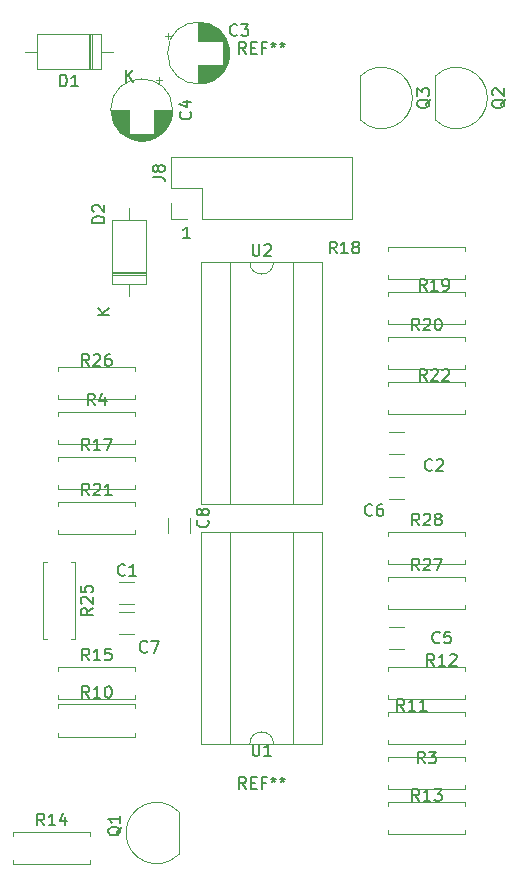
<source format=gbr>
G04 #@! TF.GenerationSoftware,KiCad,Pcbnew,5.1.5-52549c5~84~ubuntu18.04.1*
G04 #@! TF.CreationDate,2020-03-18T19:12:43-04:00*
G04 #@! TF.ProjectId,OBG-SVF-mainpcb,4f42472d-5356-4462-9d6d-61696e706362,rev?*
G04 #@! TF.SameCoordinates,Original*
G04 #@! TF.FileFunction,Legend,Top*
G04 #@! TF.FilePolarity,Positive*
%FSLAX46Y46*%
G04 Gerber Fmt 4.6, Leading zero omitted, Abs format (unit mm)*
G04 Created by KiCad (PCBNEW 5.1.5-52549c5~84~ubuntu18.04.1) date 2020-03-18 19:12:43*
%MOMM*%
%LPD*%
G04 APERTURE LIST*
%ADD10C,0.150000*%
%ADD11C,0.120000*%
G04 APERTURE END LIST*
D10*
X136175714Y-53792380D02*
X135604285Y-53792380D01*
X135890000Y-53792380D02*
X135890000Y-52792380D01*
X135794761Y-52935238D01*
X135699523Y-53030476D01*
X135604285Y-53078095D01*
D11*
X147380000Y-55760000D02*
X137100000Y-55760000D01*
X147380000Y-76320000D02*
X147380000Y-55760000D01*
X137100000Y-76320000D02*
X147380000Y-76320000D01*
X137100000Y-55760000D02*
X137100000Y-76320000D01*
X144890000Y-55820000D02*
X143240000Y-55820000D01*
X144890000Y-76260000D02*
X144890000Y-55820000D01*
X139590000Y-76260000D02*
X144890000Y-76260000D01*
X139590000Y-55820000D02*
X139590000Y-76260000D01*
X141240000Y-55820000D02*
X139590000Y-55820000D01*
X143240000Y-55820000D02*
G75*
G02X141240000Y-55820000I-1000000J0D01*
G01*
X127730000Y-106780000D02*
X127730000Y-106450000D01*
X121190000Y-106780000D02*
X127730000Y-106780000D01*
X121190000Y-106450000D02*
X121190000Y-106780000D01*
X127730000Y-104040000D02*
X127730000Y-104370000D01*
X121190000Y-104040000D02*
X127730000Y-104040000D01*
X121190000Y-104370000D02*
X121190000Y-104040000D01*
X131540000Y-92810000D02*
X131540000Y-92480000D01*
X125000000Y-92810000D02*
X131540000Y-92810000D01*
X125000000Y-92480000D02*
X125000000Y-92810000D01*
X131540000Y-90070000D02*
X131540000Y-90400000D01*
X125000000Y-90070000D02*
X131540000Y-90070000D01*
X125000000Y-90400000D02*
X125000000Y-90070000D01*
X131540000Y-95985000D02*
X131540000Y-95655000D01*
X125000000Y-95985000D02*
X131540000Y-95985000D01*
X125000000Y-95655000D02*
X125000000Y-95985000D01*
X131540000Y-93245000D02*
X131540000Y-93575000D01*
X125000000Y-93245000D02*
X131540000Y-93245000D01*
X125000000Y-93575000D02*
X125000000Y-93245000D01*
X131540000Y-75030000D02*
X131540000Y-74700000D01*
X125000000Y-75030000D02*
X131540000Y-75030000D01*
X125000000Y-74700000D02*
X125000000Y-75030000D01*
X131540000Y-72290000D02*
X131540000Y-72620000D01*
X125000000Y-72290000D02*
X131540000Y-72290000D01*
X125000000Y-72620000D02*
X125000000Y-72290000D01*
X129530000Y-57640000D02*
X132470000Y-57640000D01*
X132470000Y-57640000D02*
X132470000Y-52200000D01*
X132470000Y-52200000D02*
X129530000Y-52200000D01*
X129530000Y-52200000D02*
X129530000Y-57640000D01*
X131000000Y-58660000D02*
X131000000Y-57640000D01*
X131000000Y-51180000D02*
X131000000Y-52200000D01*
X129530000Y-56740000D02*
X132470000Y-56740000D01*
X129530000Y-56620000D02*
X132470000Y-56620000D01*
X129530000Y-56860000D02*
X132470000Y-56860000D01*
X133805000Y-40355225D02*
X133305000Y-40355225D01*
X133555000Y-40105225D02*
X133555000Y-40605225D01*
X132364000Y-45511000D02*
X131796000Y-45511000D01*
X132598000Y-45471000D02*
X131562000Y-45471000D01*
X132757000Y-45431000D02*
X131403000Y-45431000D01*
X132885000Y-45391000D02*
X131275000Y-45391000D01*
X132995000Y-45351000D02*
X131165000Y-45351000D01*
X133091000Y-45311000D02*
X131069000Y-45311000D01*
X133178000Y-45271000D02*
X130982000Y-45271000D01*
X133258000Y-45231000D02*
X130902000Y-45231000D01*
X133331000Y-45191000D02*
X130829000Y-45191000D01*
X133399000Y-45151000D02*
X130761000Y-45151000D01*
X133463000Y-45111000D02*
X130697000Y-45111000D01*
X133523000Y-45071000D02*
X130637000Y-45071000D01*
X133580000Y-45031000D02*
X130580000Y-45031000D01*
X133634000Y-44991000D02*
X130526000Y-44991000D01*
X133685000Y-44951000D02*
X130475000Y-44951000D01*
X131040000Y-44911000D02*
X130427000Y-44911000D01*
X133733000Y-44911000D02*
X133120000Y-44911000D01*
X131040000Y-44871000D02*
X130381000Y-44871000D01*
X133779000Y-44871000D02*
X133120000Y-44871000D01*
X131040000Y-44831000D02*
X130337000Y-44831000D01*
X133823000Y-44831000D02*
X133120000Y-44831000D01*
X131040000Y-44791000D02*
X130295000Y-44791000D01*
X133865000Y-44791000D02*
X133120000Y-44791000D01*
X131040000Y-44751000D02*
X130254000Y-44751000D01*
X133906000Y-44751000D02*
X133120000Y-44751000D01*
X131040000Y-44711000D02*
X130216000Y-44711000D01*
X133944000Y-44711000D02*
X133120000Y-44711000D01*
X131040000Y-44671000D02*
X130179000Y-44671000D01*
X133981000Y-44671000D02*
X133120000Y-44671000D01*
X131040000Y-44631000D02*
X130143000Y-44631000D01*
X134017000Y-44631000D02*
X133120000Y-44631000D01*
X131040000Y-44591000D02*
X130109000Y-44591000D01*
X134051000Y-44591000D02*
X133120000Y-44591000D01*
X131040000Y-44551000D02*
X130076000Y-44551000D01*
X134084000Y-44551000D02*
X133120000Y-44551000D01*
X131040000Y-44511000D02*
X130045000Y-44511000D01*
X134115000Y-44511000D02*
X133120000Y-44511000D01*
X131040000Y-44471000D02*
X130015000Y-44471000D01*
X134145000Y-44471000D02*
X133120000Y-44471000D01*
X131040000Y-44431000D02*
X129985000Y-44431000D01*
X134175000Y-44431000D02*
X133120000Y-44431000D01*
X131040000Y-44391000D02*
X129958000Y-44391000D01*
X134202000Y-44391000D02*
X133120000Y-44391000D01*
X131040000Y-44351000D02*
X129931000Y-44351000D01*
X134229000Y-44351000D02*
X133120000Y-44351000D01*
X131040000Y-44311000D02*
X129905000Y-44311000D01*
X134255000Y-44311000D02*
X133120000Y-44311000D01*
X131040000Y-44271000D02*
X129880000Y-44271000D01*
X134280000Y-44271000D02*
X133120000Y-44271000D01*
X131040000Y-44231000D02*
X129856000Y-44231000D01*
X134304000Y-44231000D02*
X133120000Y-44231000D01*
X131040000Y-44191000D02*
X129833000Y-44191000D01*
X134327000Y-44191000D02*
X133120000Y-44191000D01*
X131040000Y-44151000D02*
X129812000Y-44151000D01*
X134348000Y-44151000D02*
X133120000Y-44151000D01*
X131040000Y-44111000D02*
X129790000Y-44111000D01*
X134370000Y-44111000D02*
X133120000Y-44111000D01*
X131040000Y-44071000D02*
X129770000Y-44071000D01*
X134390000Y-44071000D02*
X133120000Y-44071000D01*
X131040000Y-44031000D02*
X129751000Y-44031000D01*
X134409000Y-44031000D02*
X133120000Y-44031000D01*
X131040000Y-43991000D02*
X129732000Y-43991000D01*
X134428000Y-43991000D02*
X133120000Y-43991000D01*
X131040000Y-43951000D02*
X129715000Y-43951000D01*
X134445000Y-43951000D02*
X133120000Y-43951000D01*
X131040000Y-43911000D02*
X129698000Y-43911000D01*
X134462000Y-43911000D02*
X133120000Y-43911000D01*
X131040000Y-43871000D02*
X129682000Y-43871000D01*
X134478000Y-43871000D02*
X133120000Y-43871000D01*
X131040000Y-43831000D02*
X129666000Y-43831000D01*
X134494000Y-43831000D02*
X133120000Y-43831000D01*
X131040000Y-43791000D02*
X129652000Y-43791000D01*
X134508000Y-43791000D02*
X133120000Y-43791000D01*
X131040000Y-43751000D02*
X129638000Y-43751000D01*
X134522000Y-43751000D02*
X133120000Y-43751000D01*
X131040000Y-43711000D02*
X129625000Y-43711000D01*
X134535000Y-43711000D02*
X133120000Y-43711000D01*
X131040000Y-43671000D02*
X129612000Y-43671000D01*
X134548000Y-43671000D02*
X133120000Y-43671000D01*
X131040000Y-43631000D02*
X129600000Y-43631000D01*
X134560000Y-43631000D02*
X133120000Y-43631000D01*
X131040000Y-43590000D02*
X129589000Y-43590000D01*
X134571000Y-43590000D02*
X133120000Y-43590000D01*
X131040000Y-43550000D02*
X129579000Y-43550000D01*
X134581000Y-43550000D02*
X133120000Y-43550000D01*
X131040000Y-43510000D02*
X129569000Y-43510000D01*
X134591000Y-43510000D02*
X133120000Y-43510000D01*
X131040000Y-43470000D02*
X129560000Y-43470000D01*
X134600000Y-43470000D02*
X133120000Y-43470000D01*
X131040000Y-43430000D02*
X129552000Y-43430000D01*
X134608000Y-43430000D02*
X133120000Y-43430000D01*
X131040000Y-43390000D02*
X129544000Y-43390000D01*
X134616000Y-43390000D02*
X133120000Y-43390000D01*
X131040000Y-43350000D02*
X129537000Y-43350000D01*
X134623000Y-43350000D02*
X133120000Y-43350000D01*
X131040000Y-43310000D02*
X129530000Y-43310000D01*
X134630000Y-43310000D02*
X133120000Y-43310000D01*
X131040000Y-43270000D02*
X129524000Y-43270000D01*
X134636000Y-43270000D02*
X133120000Y-43270000D01*
X131040000Y-43230000D02*
X129519000Y-43230000D01*
X134641000Y-43230000D02*
X133120000Y-43230000D01*
X131040000Y-43190000D02*
X129515000Y-43190000D01*
X134645000Y-43190000D02*
X133120000Y-43190000D01*
X131040000Y-43150000D02*
X129511000Y-43150000D01*
X134649000Y-43150000D02*
X133120000Y-43150000D01*
X131040000Y-43110000D02*
X129507000Y-43110000D01*
X134653000Y-43110000D02*
X133120000Y-43110000D01*
X131040000Y-43070000D02*
X129504000Y-43070000D01*
X134656000Y-43070000D02*
X133120000Y-43070000D01*
X131040000Y-43030000D02*
X129502000Y-43030000D01*
X134658000Y-43030000D02*
X133120000Y-43030000D01*
X131040000Y-42990000D02*
X129501000Y-42990000D01*
X134659000Y-42990000D02*
X133120000Y-42990000D01*
X134660000Y-42950000D02*
X133120000Y-42950000D01*
X131040000Y-42950000D02*
X129500000Y-42950000D01*
X134660000Y-42910000D02*
X133120000Y-42910000D01*
X131040000Y-42910000D02*
X129500000Y-42910000D01*
X134700000Y-42910000D02*
G75*
G03X134700000Y-42910000I-2620000J0D01*
G01*
X150561522Y-43748478D02*
G75*
G03X155000000Y-41910000I1838478J1838478D01*
G01*
X150561522Y-40071522D02*
G75*
G02X155000000Y-41910000I1838478J-1838478D01*
G01*
X150550000Y-40110000D02*
X150550000Y-43710000D01*
X156911522Y-43748478D02*
G75*
G03X161350000Y-41910000I1838478J1838478D01*
G01*
X156911522Y-40071522D02*
G75*
G02X161350000Y-41910000I1838478J-1838478D01*
G01*
X156900000Y-40110000D02*
X156900000Y-43710000D01*
X152940000Y-101500000D02*
X152940000Y-101830000D01*
X159480000Y-101500000D02*
X152940000Y-101500000D01*
X159480000Y-101830000D02*
X159480000Y-101500000D01*
X152940000Y-104240000D02*
X152940000Y-103910000D01*
X159480000Y-104240000D02*
X152940000Y-104240000D01*
X159480000Y-103910000D02*
X159480000Y-104240000D01*
X159480000Y-100430000D02*
X159480000Y-100100000D01*
X152940000Y-100430000D02*
X159480000Y-100430000D01*
X152940000Y-100100000D02*
X152940000Y-100430000D01*
X159480000Y-97690000D02*
X159480000Y-98020000D01*
X152940000Y-97690000D02*
X159480000Y-97690000D01*
X152940000Y-98020000D02*
X152940000Y-97690000D01*
X159480000Y-81380000D02*
X159480000Y-81050000D01*
X152940000Y-81380000D02*
X159480000Y-81380000D01*
X152940000Y-81050000D02*
X152940000Y-81380000D01*
X159480000Y-78640000D02*
X159480000Y-78970000D01*
X152940000Y-78640000D02*
X159480000Y-78640000D01*
X152940000Y-78970000D02*
X152940000Y-78640000D01*
X159480000Y-96620000D02*
X159480000Y-96290000D01*
X152940000Y-96620000D02*
X159480000Y-96620000D01*
X152940000Y-96290000D02*
X152940000Y-96620000D01*
X159480000Y-93880000D02*
X159480000Y-94210000D01*
X152940000Y-93880000D02*
X159480000Y-93880000D01*
X152940000Y-94210000D02*
X152940000Y-93880000D01*
X131540000Y-78840000D02*
X131540000Y-78510000D01*
X125000000Y-78840000D02*
X131540000Y-78840000D01*
X125000000Y-78510000D02*
X125000000Y-78840000D01*
X131540000Y-76100000D02*
X131540000Y-76430000D01*
X125000000Y-76100000D02*
X131540000Y-76100000D01*
X125000000Y-76430000D02*
X125000000Y-76100000D01*
X125000000Y-64670000D02*
X125000000Y-65000000D01*
X131540000Y-64670000D02*
X125000000Y-64670000D01*
X131540000Y-65000000D02*
X131540000Y-64670000D01*
X125000000Y-67410000D02*
X125000000Y-67080000D01*
X131540000Y-67410000D02*
X125000000Y-67410000D01*
X131540000Y-67080000D02*
X131540000Y-67410000D01*
X131540000Y-71220000D02*
X131540000Y-70890000D01*
X125000000Y-71220000D02*
X131540000Y-71220000D01*
X125000000Y-70890000D02*
X125000000Y-71220000D01*
X131540000Y-68480000D02*
X131540000Y-68810000D01*
X125000000Y-68480000D02*
X131540000Y-68480000D01*
X125000000Y-68810000D02*
X125000000Y-68480000D01*
X123725000Y-87725000D02*
X124055000Y-87725000D01*
X123725000Y-81185000D02*
X123725000Y-87725000D01*
X124055000Y-81185000D02*
X123725000Y-81185000D01*
X126465000Y-87725000D02*
X126135000Y-87725000D01*
X126465000Y-81185000D02*
X126465000Y-87725000D01*
X126135000Y-81185000D02*
X126465000Y-81185000D01*
X149920000Y-52130000D02*
X149920000Y-46930000D01*
X137160000Y-52130000D02*
X149920000Y-52130000D01*
X134560000Y-46930000D02*
X149920000Y-46930000D01*
X137160000Y-52130000D02*
X137160000Y-49530000D01*
X137160000Y-49530000D02*
X134560000Y-49530000D01*
X134560000Y-49530000D02*
X134560000Y-46930000D01*
X135890000Y-52130000D02*
X134560000Y-52130000D01*
X134560000Y-52130000D02*
X134560000Y-50800000D01*
X137100000Y-96640000D02*
X147380000Y-96640000D01*
X137100000Y-78620000D02*
X137100000Y-96640000D01*
X147380000Y-78620000D02*
X137100000Y-78620000D01*
X147380000Y-96640000D02*
X147380000Y-78620000D01*
X139590000Y-96580000D02*
X141240000Y-96580000D01*
X139590000Y-78680000D02*
X139590000Y-96580000D01*
X144890000Y-78680000D02*
X139590000Y-78680000D01*
X144890000Y-96580000D02*
X144890000Y-78680000D01*
X143240000Y-96580000D02*
X144890000Y-96580000D01*
X141240000Y-96580000D02*
G75*
G02X143240000Y-96580000I1000000J0D01*
G01*
X159480000Y-85190000D02*
X159480000Y-84860000D01*
X152940000Y-85190000D02*
X159480000Y-85190000D01*
X152940000Y-84860000D02*
X152940000Y-85190000D01*
X159480000Y-82450000D02*
X159480000Y-82780000D01*
X152940000Y-82450000D02*
X159480000Y-82450000D01*
X152940000Y-82780000D02*
X152940000Y-82450000D01*
X152940000Y-65940000D02*
X152940000Y-66270000D01*
X159480000Y-65940000D02*
X152940000Y-65940000D01*
X159480000Y-66270000D02*
X159480000Y-65940000D01*
X152940000Y-68680000D02*
X152940000Y-68350000D01*
X159480000Y-68680000D02*
X152940000Y-68680000D01*
X159480000Y-68350000D02*
X159480000Y-68680000D01*
X159480000Y-64870000D02*
X159480000Y-64540000D01*
X152940000Y-64870000D02*
X159480000Y-64870000D01*
X152940000Y-64540000D02*
X152940000Y-64870000D01*
X159480000Y-62130000D02*
X159480000Y-62460000D01*
X152940000Y-62130000D02*
X159480000Y-62130000D01*
X152940000Y-62460000D02*
X152940000Y-62130000D01*
X152940000Y-58320000D02*
X152940000Y-58650000D01*
X159480000Y-58320000D02*
X152940000Y-58320000D01*
X159480000Y-58650000D02*
X159480000Y-58320000D01*
X152940000Y-61060000D02*
X152940000Y-60730000D01*
X159480000Y-61060000D02*
X152940000Y-61060000D01*
X159480000Y-60730000D02*
X159480000Y-61060000D01*
X152940000Y-54510000D02*
X152940000Y-54840000D01*
X159480000Y-54510000D02*
X152940000Y-54510000D01*
X159480000Y-54840000D02*
X159480000Y-54510000D01*
X152940000Y-57250000D02*
X152940000Y-56920000D01*
X159480000Y-57250000D02*
X152940000Y-57250000D01*
X159480000Y-56920000D02*
X159480000Y-57250000D01*
X152940000Y-90070000D02*
X152940000Y-90400000D01*
X159480000Y-90070000D02*
X152940000Y-90070000D01*
X159480000Y-90400000D02*
X159480000Y-90070000D01*
X152940000Y-92810000D02*
X152940000Y-92480000D01*
X159480000Y-92810000D02*
X152940000Y-92810000D01*
X159480000Y-92480000D02*
X159480000Y-92810000D01*
X135188478Y-102301522D02*
G75*
G03X130750000Y-104140000I-1838478J-1838478D01*
G01*
X135188478Y-105978478D02*
G75*
G02X130750000Y-104140000I-1838478J1838478D01*
G01*
X135200000Y-105940000D02*
X135200000Y-102340000D01*
X128640000Y-39470000D02*
X128640000Y-36530000D01*
X128640000Y-36530000D02*
X123200000Y-36530000D01*
X123200000Y-36530000D02*
X123200000Y-39470000D01*
X123200000Y-39470000D02*
X128640000Y-39470000D01*
X129660000Y-38000000D02*
X128640000Y-38000000D01*
X122180000Y-38000000D02*
X123200000Y-38000000D01*
X127740000Y-39470000D02*
X127740000Y-36530000D01*
X127620000Y-39470000D02*
X127620000Y-36530000D01*
X127860000Y-39470000D02*
X127860000Y-36530000D01*
X134335000Y-77456000D02*
X134335000Y-78714000D01*
X136175000Y-77456000D02*
X136175000Y-78714000D01*
X131459000Y-85440000D02*
X130201000Y-85440000D01*
X131459000Y-87280000D02*
X130201000Y-87280000D01*
X154319000Y-74010000D02*
X153061000Y-74010000D01*
X154319000Y-75850000D02*
X153061000Y-75850000D01*
X154319000Y-86710000D02*
X153061000Y-86710000D01*
X154319000Y-88550000D02*
X153061000Y-88550000D01*
X134335225Y-36375000D02*
X134335225Y-36875000D01*
X134085225Y-36625000D02*
X134585225Y-36625000D01*
X139491000Y-37816000D02*
X139491000Y-38384000D01*
X139451000Y-37582000D02*
X139451000Y-38618000D01*
X139411000Y-37423000D02*
X139411000Y-38777000D01*
X139371000Y-37295000D02*
X139371000Y-38905000D01*
X139331000Y-37185000D02*
X139331000Y-39015000D01*
X139291000Y-37089000D02*
X139291000Y-39111000D01*
X139251000Y-37002000D02*
X139251000Y-39198000D01*
X139211000Y-36922000D02*
X139211000Y-39278000D01*
X139171000Y-36849000D02*
X139171000Y-39351000D01*
X139131000Y-36781000D02*
X139131000Y-39419000D01*
X139091000Y-36717000D02*
X139091000Y-39483000D01*
X139051000Y-36657000D02*
X139051000Y-39543000D01*
X139011000Y-36600000D02*
X139011000Y-39600000D01*
X138971000Y-36546000D02*
X138971000Y-39654000D01*
X138931000Y-36495000D02*
X138931000Y-39705000D01*
X138891000Y-39140000D02*
X138891000Y-39753000D01*
X138891000Y-36447000D02*
X138891000Y-37060000D01*
X138851000Y-39140000D02*
X138851000Y-39799000D01*
X138851000Y-36401000D02*
X138851000Y-37060000D01*
X138811000Y-39140000D02*
X138811000Y-39843000D01*
X138811000Y-36357000D02*
X138811000Y-37060000D01*
X138771000Y-39140000D02*
X138771000Y-39885000D01*
X138771000Y-36315000D02*
X138771000Y-37060000D01*
X138731000Y-39140000D02*
X138731000Y-39926000D01*
X138731000Y-36274000D02*
X138731000Y-37060000D01*
X138691000Y-39140000D02*
X138691000Y-39964000D01*
X138691000Y-36236000D02*
X138691000Y-37060000D01*
X138651000Y-39140000D02*
X138651000Y-40001000D01*
X138651000Y-36199000D02*
X138651000Y-37060000D01*
X138611000Y-39140000D02*
X138611000Y-40037000D01*
X138611000Y-36163000D02*
X138611000Y-37060000D01*
X138571000Y-39140000D02*
X138571000Y-40071000D01*
X138571000Y-36129000D02*
X138571000Y-37060000D01*
X138531000Y-39140000D02*
X138531000Y-40104000D01*
X138531000Y-36096000D02*
X138531000Y-37060000D01*
X138491000Y-39140000D02*
X138491000Y-40135000D01*
X138491000Y-36065000D02*
X138491000Y-37060000D01*
X138451000Y-39140000D02*
X138451000Y-40165000D01*
X138451000Y-36035000D02*
X138451000Y-37060000D01*
X138411000Y-39140000D02*
X138411000Y-40195000D01*
X138411000Y-36005000D02*
X138411000Y-37060000D01*
X138371000Y-39140000D02*
X138371000Y-40222000D01*
X138371000Y-35978000D02*
X138371000Y-37060000D01*
X138331000Y-39140000D02*
X138331000Y-40249000D01*
X138331000Y-35951000D02*
X138331000Y-37060000D01*
X138291000Y-39140000D02*
X138291000Y-40275000D01*
X138291000Y-35925000D02*
X138291000Y-37060000D01*
X138251000Y-39140000D02*
X138251000Y-40300000D01*
X138251000Y-35900000D02*
X138251000Y-37060000D01*
X138211000Y-39140000D02*
X138211000Y-40324000D01*
X138211000Y-35876000D02*
X138211000Y-37060000D01*
X138171000Y-39140000D02*
X138171000Y-40347000D01*
X138171000Y-35853000D02*
X138171000Y-37060000D01*
X138131000Y-39140000D02*
X138131000Y-40368000D01*
X138131000Y-35832000D02*
X138131000Y-37060000D01*
X138091000Y-39140000D02*
X138091000Y-40390000D01*
X138091000Y-35810000D02*
X138091000Y-37060000D01*
X138051000Y-39140000D02*
X138051000Y-40410000D01*
X138051000Y-35790000D02*
X138051000Y-37060000D01*
X138011000Y-39140000D02*
X138011000Y-40429000D01*
X138011000Y-35771000D02*
X138011000Y-37060000D01*
X137971000Y-39140000D02*
X137971000Y-40448000D01*
X137971000Y-35752000D02*
X137971000Y-37060000D01*
X137931000Y-39140000D02*
X137931000Y-40465000D01*
X137931000Y-35735000D02*
X137931000Y-37060000D01*
X137891000Y-39140000D02*
X137891000Y-40482000D01*
X137891000Y-35718000D02*
X137891000Y-37060000D01*
X137851000Y-39140000D02*
X137851000Y-40498000D01*
X137851000Y-35702000D02*
X137851000Y-37060000D01*
X137811000Y-39140000D02*
X137811000Y-40514000D01*
X137811000Y-35686000D02*
X137811000Y-37060000D01*
X137771000Y-39140000D02*
X137771000Y-40528000D01*
X137771000Y-35672000D02*
X137771000Y-37060000D01*
X137731000Y-39140000D02*
X137731000Y-40542000D01*
X137731000Y-35658000D02*
X137731000Y-37060000D01*
X137691000Y-39140000D02*
X137691000Y-40555000D01*
X137691000Y-35645000D02*
X137691000Y-37060000D01*
X137651000Y-39140000D02*
X137651000Y-40568000D01*
X137651000Y-35632000D02*
X137651000Y-37060000D01*
X137611000Y-39140000D02*
X137611000Y-40580000D01*
X137611000Y-35620000D02*
X137611000Y-37060000D01*
X137570000Y-39140000D02*
X137570000Y-40591000D01*
X137570000Y-35609000D02*
X137570000Y-37060000D01*
X137530000Y-39140000D02*
X137530000Y-40601000D01*
X137530000Y-35599000D02*
X137530000Y-37060000D01*
X137490000Y-39140000D02*
X137490000Y-40611000D01*
X137490000Y-35589000D02*
X137490000Y-37060000D01*
X137450000Y-39140000D02*
X137450000Y-40620000D01*
X137450000Y-35580000D02*
X137450000Y-37060000D01*
X137410000Y-39140000D02*
X137410000Y-40628000D01*
X137410000Y-35572000D02*
X137410000Y-37060000D01*
X137370000Y-39140000D02*
X137370000Y-40636000D01*
X137370000Y-35564000D02*
X137370000Y-37060000D01*
X137330000Y-39140000D02*
X137330000Y-40643000D01*
X137330000Y-35557000D02*
X137330000Y-37060000D01*
X137290000Y-39140000D02*
X137290000Y-40650000D01*
X137290000Y-35550000D02*
X137290000Y-37060000D01*
X137250000Y-39140000D02*
X137250000Y-40656000D01*
X137250000Y-35544000D02*
X137250000Y-37060000D01*
X137210000Y-39140000D02*
X137210000Y-40661000D01*
X137210000Y-35539000D02*
X137210000Y-37060000D01*
X137170000Y-39140000D02*
X137170000Y-40665000D01*
X137170000Y-35535000D02*
X137170000Y-37060000D01*
X137130000Y-39140000D02*
X137130000Y-40669000D01*
X137130000Y-35531000D02*
X137130000Y-37060000D01*
X137090000Y-39140000D02*
X137090000Y-40673000D01*
X137090000Y-35527000D02*
X137090000Y-37060000D01*
X137050000Y-39140000D02*
X137050000Y-40676000D01*
X137050000Y-35524000D02*
X137050000Y-37060000D01*
X137010000Y-39140000D02*
X137010000Y-40678000D01*
X137010000Y-35522000D02*
X137010000Y-37060000D01*
X136970000Y-39140000D02*
X136970000Y-40679000D01*
X136970000Y-35521000D02*
X136970000Y-37060000D01*
X136930000Y-35520000D02*
X136930000Y-37060000D01*
X136930000Y-39140000D02*
X136930000Y-40680000D01*
X136890000Y-35520000D02*
X136890000Y-37060000D01*
X136890000Y-39140000D02*
X136890000Y-40680000D01*
X139510000Y-38100000D02*
G75*
G03X139510000Y-38100000I-2620000J0D01*
G01*
X154319000Y-70200000D02*
X153061000Y-70200000D01*
X154319000Y-72040000D02*
X153061000Y-72040000D01*
X131459000Y-82900000D02*
X130201000Y-82900000D01*
X131459000Y-84740000D02*
X130201000Y-84740000D01*
D10*
X140906666Y-100392380D02*
X140573333Y-99916190D01*
X140335238Y-100392380D02*
X140335238Y-99392380D01*
X140716190Y-99392380D01*
X140811428Y-99440000D01*
X140859047Y-99487619D01*
X140906666Y-99582857D01*
X140906666Y-99725714D01*
X140859047Y-99820952D01*
X140811428Y-99868571D01*
X140716190Y-99916190D01*
X140335238Y-99916190D01*
X141335238Y-99868571D02*
X141668571Y-99868571D01*
X141811428Y-100392380D02*
X141335238Y-100392380D01*
X141335238Y-99392380D01*
X141811428Y-99392380D01*
X142573333Y-99868571D02*
X142240000Y-99868571D01*
X142240000Y-100392380D02*
X142240000Y-99392380D01*
X142716190Y-99392380D01*
X143240000Y-99392380D02*
X143240000Y-99630476D01*
X143001904Y-99535238D02*
X143240000Y-99630476D01*
X143478095Y-99535238D01*
X143097142Y-99820952D02*
X143240000Y-99630476D01*
X143382857Y-99820952D01*
X144001904Y-99392380D02*
X144001904Y-99630476D01*
X143763809Y-99535238D02*
X144001904Y-99630476D01*
X144240000Y-99535238D01*
X143859047Y-99820952D02*
X144001904Y-99630476D01*
X144144761Y-99820952D01*
X140906666Y-38162380D02*
X140573333Y-37686190D01*
X140335238Y-38162380D02*
X140335238Y-37162380D01*
X140716190Y-37162380D01*
X140811428Y-37210000D01*
X140859047Y-37257619D01*
X140906666Y-37352857D01*
X140906666Y-37495714D01*
X140859047Y-37590952D01*
X140811428Y-37638571D01*
X140716190Y-37686190D01*
X140335238Y-37686190D01*
X141335238Y-37638571D02*
X141668571Y-37638571D01*
X141811428Y-38162380D02*
X141335238Y-38162380D01*
X141335238Y-37162380D01*
X141811428Y-37162380D01*
X142573333Y-37638571D02*
X142240000Y-37638571D01*
X142240000Y-38162380D02*
X142240000Y-37162380D01*
X142716190Y-37162380D01*
X143240000Y-37162380D02*
X143240000Y-37400476D01*
X143001904Y-37305238D02*
X143240000Y-37400476D01*
X143478095Y-37305238D01*
X143097142Y-37590952D02*
X143240000Y-37400476D01*
X143382857Y-37590952D01*
X144001904Y-37162380D02*
X144001904Y-37400476D01*
X143763809Y-37305238D02*
X144001904Y-37400476D01*
X144240000Y-37305238D01*
X143859047Y-37590952D02*
X144001904Y-37400476D01*
X144144761Y-37590952D01*
X141478095Y-54272380D02*
X141478095Y-55081904D01*
X141525714Y-55177142D01*
X141573333Y-55224761D01*
X141668571Y-55272380D01*
X141859047Y-55272380D01*
X141954285Y-55224761D01*
X142001904Y-55177142D01*
X142049523Y-55081904D01*
X142049523Y-54272380D01*
X142478095Y-54367619D02*
X142525714Y-54320000D01*
X142620952Y-54272380D01*
X142859047Y-54272380D01*
X142954285Y-54320000D01*
X143001904Y-54367619D01*
X143049523Y-54462857D01*
X143049523Y-54558095D01*
X143001904Y-54700952D01*
X142430476Y-55272380D01*
X143049523Y-55272380D01*
X123817142Y-103492380D02*
X123483809Y-103016190D01*
X123245714Y-103492380D02*
X123245714Y-102492380D01*
X123626666Y-102492380D01*
X123721904Y-102540000D01*
X123769523Y-102587619D01*
X123817142Y-102682857D01*
X123817142Y-102825714D01*
X123769523Y-102920952D01*
X123721904Y-102968571D01*
X123626666Y-103016190D01*
X123245714Y-103016190D01*
X124769523Y-103492380D02*
X124198095Y-103492380D01*
X124483809Y-103492380D02*
X124483809Y-102492380D01*
X124388571Y-102635238D01*
X124293333Y-102730476D01*
X124198095Y-102778095D01*
X125626666Y-102825714D02*
X125626666Y-103492380D01*
X125388571Y-102444761D02*
X125150476Y-103159047D01*
X125769523Y-103159047D01*
X127627142Y-89522380D02*
X127293809Y-89046190D01*
X127055714Y-89522380D02*
X127055714Y-88522380D01*
X127436666Y-88522380D01*
X127531904Y-88570000D01*
X127579523Y-88617619D01*
X127627142Y-88712857D01*
X127627142Y-88855714D01*
X127579523Y-88950952D01*
X127531904Y-88998571D01*
X127436666Y-89046190D01*
X127055714Y-89046190D01*
X128579523Y-89522380D02*
X128008095Y-89522380D01*
X128293809Y-89522380D02*
X128293809Y-88522380D01*
X128198571Y-88665238D01*
X128103333Y-88760476D01*
X128008095Y-88808095D01*
X129484285Y-88522380D02*
X129008095Y-88522380D01*
X128960476Y-88998571D01*
X129008095Y-88950952D01*
X129103333Y-88903333D01*
X129341428Y-88903333D01*
X129436666Y-88950952D01*
X129484285Y-88998571D01*
X129531904Y-89093809D01*
X129531904Y-89331904D01*
X129484285Y-89427142D01*
X129436666Y-89474761D01*
X129341428Y-89522380D01*
X129103333Y-89522380D01*
X129008095Y-89474761D01*
X128960476Y-89427142D01*
X127627142Y-92697380D02*
X127293809Y-92221190D01*
X127055714Y-92697380D02*
X127055714Y-91697380D01*
X127436666Y-91697380D01*
X127531904Y-91745000D01*
X127579523Y-91792619D01*
X127627142Y-91887857D01*
X127627142Y-92030714D01*
X127579523Y-92125952D01*
X127531904Y-92173571D01*
X127436666Y-92221190D01*
X127055714Y-92221190D01*
X128579523Y-92697380D02*
X128008095Y-92697380D01*
X128293809Y-92697380D02*
X128293809Y-91697380D01*
X128198571Y-91840238D01*
X128103333Y-91935476D01*
X128008095Y-91983095D01*
X129198571Y-91697380D02*
X129293809Y-91697380D01*
X129389047Y-91745000D01*
X129436666Y-91792619D01*
X129484285Y-91887857D01*
X129531904Y-92078333D01*
X129531904Y-92316428D01*
X129484285Y-92506904D01*
X129436666Y-92602142D01*
X129389047Y-92649761D01*
X129293809Y-92697380D01*
X129198571Y-92697380D01*
X129103333Y-92649761D01*
X129055714Y-92602142D01*
X129008095Y-92506904D01*
X128960476Y-92316428D01*
X128960476Y-92078333D01*
X129008095Y-91887857D01*
X129055714Y-91792619D01*
X129103333Y-91745000D01*
X129198571Y-91697380D01*
X127627142Y-71742380D02*
X127293809Y-71266190D01*
X127055714Y-71742380D02*
X127055714Y-70742380D01*
X127436666Y-70742380D01*
X127531904Y-70790000D01*
X127579523Y-70837619D01*
X127627142Y-70932857D01*
X127627142Y-71075714D01*
X127579523Y-71170952D01*
X127531904Y-71218571D01*
X127436666Y-71266190D01*
X127055714Y-71266190D01*
X128579523Y-71742380D02*
X128008095Y-71742380D01*
X128293809Y-71742380D02*
X128293809Y-70742380D01*
X128198571Y-70885238D01*
X128103333Y-70980476D01*
X128008095Y-71028095D01*
X128912857Y-70742380D02*
X129579523Y-70742380D01*
X129150952Y-71742380D01*
X128912380Y-52483095D02*
X127912380Y-52483095D01*
X127912380Y-52245000D01*
X127960000Y-52102142D01*
X128055238Y-52006904D01*
X128150476Y-51959285D01*
X128340952Y-51911666D01*
X128483809Y-51911666D01*
X128674285Y-51959285D01*
X128769523Y-52006904D01*
X128864761Y-52102142D01*
X128912380Y-52245000D01*
X128912380Y-52483095D01*
X128007619Y-51530714D02*
X127960000Y-51483095D01*
X127912380Y-51387857D01*
X127912380Y-51149761D01*
X127960000Y-51054523D01*
X128007619Y-51006904D01*
X128102857Y-50959285D01*
X128198095Y-50959285D01*
X128340952Y-51006904D01*
X128912380Y-51578333D01*
X128912380Y-50959285D01*
X129352380Y-60261904D02*
X128352380Y-60261904D01*
X129352380Y-59690476D02*
X128780952Y-60119047D01*
X128352380Y-59690476D02*
X128923809Y-60261904D01*
X136187142Y-43076666D02*
X136234761Y-43124285D01*
X136282380Y-43267142D01*
X136282380Y-43362380D01*
X136234761Y-43505238D01*
X136139523Y-43600476D01*
X136044285Y-43648095D01*
X135853809Y-43695714D01*
X135710952Y-43695714D01*
X135520476Y-43648095D01*
X135425238Y-43600476D01*
X135330000Y-43505238D01*
X135282380Y-43362380D01*
X135282380Y-43267142D01*
X135330000Y-43124285D01*
X135377619Y-43076666D01*
X135615714Y-42219523D02*
X136282380Y-42219523D01*
X135234761Y-42457619D02*
X135949047Y-42695714D01*
X135949047Y-42076666D01*
X156507619Y-42005238D02*
X156460000Y-42100476D01*
X156364761Y-42195714D01*
X156221904Y-42338571D01*
X156174285Y-42433809D01*
X156174285Y-42529047D01*
X156412380Y-42481428D02*
X156364761Y-42576666D01*
X156269523Y-42671904D01*
X156079047Y-42719523D01*
X155745714Y-42719523D01*
X155555238Y-42671904D01*
X155460000Y-42576666D01*
X155412380Y-42481428D01*
X155412380Y-42290952D01*
X155460000Y-42195714D01*
X155555238Y-42100476D01*
X155745714Y-42052857D01*
X156079047Y-42052857D01*
X156269523Y-42100476D01*
X156364761Y-42195714D01*
X156412380Y-42290952D01*
X156412380Y-42481428D01*
X155412380Y-41719523D02*
X155412380Y-41100476D01*
X155793333Y-41433809D01*
X155793333Y-41290952D01*
X155840952Y-41195714D01*
X155888571Y-41148095D01*
X155983809Y-41100476D01*
X156221904Y-41100476D01*
X156317142Y-41148095D01*
X156364761Y-41195714D01*
X156412380Y-41290952D01*
X156412380Y-41576666D01*
X156364761Y-41671904D01*
X156317142Y-41719523D01*
X162857619Y-42005238D02*
X162810000Y-42100476D01*
X162714761Y-42195714D01*
X162571904Y-42338571D01*
X162524285Y-42433809D01*
X162524285Y-42529047D01*
X162762380Y-42481428D02*
X162714761Y-42576666D01*
X162619523Y-42671904D01*
X162429047Y-42719523D01*
X162095714Y-42719523D01*
X161905238Y-42671904D01*
X161810000Y-42576666D01*
X161762380Y-42481428D01*
X161762380Y-42290952D01*
X161810000Y-42195714D01*
X161905238Y-42100476D01*
X162095714Y-42052857D01*
X162429047Y-42052857D01*
X162619523Y-42100476D01*
X162714761Y-42195714D01*
X162762380Y-42290952D01*
X162762380Y-42481428D01*
X161857619Y-41671904D02*
X161810000Y-41624285D01*
X161762380Y-41529047D01*
X161762380Y-41290952D01*
X161810000Y-41195714D01*
X161857619Y-41148095D01*
X161952857Y-41100476D01*
X162048095Y-41100476D01*
X162190952Y-41148095D01*
X162762380Y-41719523D01*
X162762380Y-41100476D01*
X155567142Y-101417380D02*
X155233809Y-100941190D01*
X154995714Y-101417380D02*
X154995714Y-100417380D01*
X155376666Y-100417380D01*
X155471904Y-100465000D01*
X155519523Y-100512619D01*
X155567142Y-100607857D01*
X155567142Y-100750714D01*
X155519523Y-100845952D01*
X155471904Y-100893571D01*
X155376666Y-100941190D01*
X154995714Y-100941190D01*
X156519523Y-101417380D02*
X155948095Y-101417380D01*
X156233809Y-101417380D02*
X156233809Y-100417380D01*
X156138571Y-100560238D01*
X156043333Y-100655476D01*
X155948095Y-100703095D01*
X156852857Y-100417380D02*
X157471904Y-100417380D01*
X157138571Y-100798333D01*
X157281428Y-100798333D01*
X157376666Y-100845952D01*
X157424285Y-100893571D01*
X157471904Y-100988809D01*
X157471904Y-101226904D01*
X157424285Y-101322142D01*
X157376666Y-101369761D01*
X157281428Y-101417380D01*
X156995714Y-101417380D01*
X156900476Y-101369761D01*
X156852857Y-101322142D01*
X156043333Y-98242380D02*
X155710000Y-97766190D01*
X155471904Y-98242380D02*
X155471904Y-97242380D01*
X155852857Y-97242380D01*
X155948095Y-97290000D01*
X155995714Y-97337619D01*
X156043333Y-97432857D01*
X156043333Y-97575714D01*
X155995714Y-97670952D01*
X155948095Y-97718571D01*
X155852857Y-97766190D01*
X155471904Y-97766190D01*
X156376666Y-97242380D02*
X156995714Y-97242380D01*
X156662380Y-97623333D01*
X156805238Y-97623333D01*
X156900476Y-97670952D01*
X156948095Y-97718571D01*
X156995714Y-97813809D01*
X156995714Y-98051904D01*
X156948095Y-98147142D01*
X156900476Y-98194761D01*
X156805238Y-98242380D01*
X156519523Y-98242380D01*
X156424285Y-98194761D01*
X156376666Y-98147142D01*
X155567142Y-78092380D02*
X155233809Y-77616190D01*
X154995714Y-78092380D02*
X154995714Y-77092380D01*
X155376666Y-77092380D01*
X155471904Y-77140000D01*
X155519523Y-77187619D01*
X155567142Y-77282857D01*
X155567142Y-77425714D01*
X155519523Y-77520952D01*
X155471904Y-77568571D01*
X155376666Y-77616190D01*
X154995714Y-77616190D01*
X155948095Y-77187619D02*
X155995714Y-77140000D01*
X156090952Y-77092380D01*
X156329047Y-77092380D01*
X156424285Y-77140000D01*
X156471904Y-77187619D01*
X156519523Y-77282857D01*
X156519523Y-77378095D01*
X156471904Y-77520952D01*
X155900476Y-78092380D01*
X156519523Y-78092380D01*
X157090952Y-77520952D02*
X156995714Y-77473333D01*
X156948095Y-77425714D01*
X156900476Y-77330476D01*
X156900476Y-77282857D01*
X156948095Y-77187619D01*
X156995714Y-77140000D01*
X157090952Y-77092380D01*
X157281428Y-77092380D01*
X157376666Y-77140000D01*
X157424285Y-77187619D01*
X157471904Y-77282857D01*
X157471904Y-77330476D01*
X157424285Y-77425714D01*
X157376666Y-77473333D01*
X157281428Y-77520952D01*
X157090952Y-77520952D01*
X156995714Y-77568571D01*
X156948095Y-77616190D01*
X156900476Y-77711428D01*
X156900476Y-77901904D01*
X156948095Y-77997142D01*
X156995714Y-78044761D01*
X157090952Y-78092380D01*
X157281428Y-78092380D01*
X157376666Y-78044761D01*
X157424285Y-77997142D01*
X157471904Y-77901904D01*
X157471904Y-77711428D01*
X157424285Y-77616190D01*
X157376666Y-77568571D01*
X157281428Y-77520952D01*
X154297142Y-93797380D02*
X153963809Y-93321190D01*
X153725714Y-93797380D02*
X153725714Y-92797380D01*
X154106666Y-92797380D01*
X154201904Y-92845000D01*
X154249523Y-92892619D01*
X154297142Y-92987857D01*
X154297142Y-93130714D01*
X154249523Y-93225952D01*
X154201904Y-93273571D01*
X154106666Y-93321190D01*
X153725714Y-93321190D01*
X155249523Y-93797380D02*
X154678095Y-93797380D01*
X154963809Y-93797380D02*
X154963809Y-92797380D01*
X154868571Y-92940238D01*
X154773333Y-93035476D01*
X154678095Y-93083095D01*
X156201904Y-93797380D02*
X155630476Y-93797380D01*
X155916190Y-93797380D02*
X155916190Y-92797380D01*
X155820952Y-92940238D01*
X155725714Y-93035476D01*
X155630476Y-93083095D01*
X127627142Y-75552380D02*
X127293809Y-75076190D01*
X127055714Y-75552380D02*
X127055714Y-74552380D01*
X127436666Y-74552380D01*
X127531904Y-74600000D01*
X127579523Y-74647619D01*
X127627142Y-74742857D01*
X127627142Y-74885714D01*
X127579523Y-74980952D01*
X127531904Y-75028571D01*
X127436666Y-75076190D01*
X127055714Y-75076190D01*
X128008095Y-74647619D02*
X128055714Y-74600000D01*
X128150952Y-74552380D01*
X128389047Y-74552380D01*
X128484285Y-74600000D01*
X128531904Y-74647619D01*
X128579523Y-74742857D01*
X128579523Y-74838095D01*
X128531904Y-74980952D01*
X127960476Y-75552380D01*
X128579523Y-75552380D01*
X129531904Y-75552380D02*
X128960476Y-75552380D01*
X129246190Y-75552380D02*
X129246190Y-74552380D01*
X129150952Y-74695238D01*
X129055714Y-74790476D01*
X128960476Y-74838095D01*
X127627142Y-64587380D02*
X127293809Y-64111190D01*
X127055714Y-64587380D02*
X127055714Y-63587380D01*
X127436666Y-63587380D01*
X127531904Y-63635000D01*
X127579523Y-63682619D01*
X127627142Y-63777857D01*
X127627142Y-63920714D01*
X127579523Y-64015952D01*
X127531904Y-64063571D01*
X127436666Y-64111190D01*
X127055714Y-64111190D01*
X128008095Y-63682619D02*
X128055714Y-63635000D01*
X128150952Y-63587380D01*
X128389047Y-63587380D01*
X128484285Y-63635000D01*
X128531904Y-63682619D01*
X128579523Y-63777857D01*
X128579523Y-63873095D01*
X128531904Y-64015952D01*
X127960476Y-64587380D01*
X128579523Y-64587380D01*
X129436666Y-63587380D02*
X129246190Y-63587380D01*
X129150952Y-63635000D01*
X129103333Y-63682619D01*
X129008095Y-63825476D01*
X128960476Y-64015952D01*
X128960476Y-64396904D01*
X129008095Y-64492142D01*
X129055714Y-64539761D01*
X129150952Y-64587380D01*
X129341428Y-64587380D01*
X129436666Y-64539761D01*
X129484285Y-64492142D01*
X129531904Y-64396904D01*
X129531904Y-64158809D01*
X129484285Y-64063571D01*
X129436666Y-64015952D01*
X129341428Y-63968333D01*
X129150952Y-63968333D01*
X129055714Y-64015952D01*
X129008095Y-64063571D01*
X128960476Y-64158809D01*
X128103333Y-67932380D02*
X127770000Y-67456190D01*
X127531904Y-67932380D02*
X127531904Y-66932380D01*
X127912857Y-66932380D01*
X128008095Y-66980000D01*
X128055714Y-67027619D01*
X128103333Y-67122857D01*
X128103333Y-67265714D01*
X128055714Y-67360952D01*
X128008095Y-67408571D01*
X127912857Y-67456190D01*
X127531904Y-67456190D01*
X128960476Y-67265714D02*
X128960476Y-67932380D01*
X128722380Y-66884761D02*
X128484285Y-67599047D01*
X129103333Y-67599047D01*
X127917380Y-85097857D02*
X127441190Y-85431190D01*
X127917380Y-85669285D02*
X126917380Y-85669285D01*
X126917380Y-85288333D01*
X126965000Y-85193095D01*
X127012619Y-85145476D01*
X127107857Y-85097857D01*
X127250714Y-85097857D01*
X127345952Y-85145476D01*
X127393571Y-85193095D01*
X127441190Y-85288333D01*
X127441190Y-85669285D01*
X127012619Y-84716904D02*
X126965000Y-84669285D01*
X126917380Y-84574047D01*
X126917380Y-84335952D01*
X126965000Y-84240714D01*
X127012619Y-84193095D01*
X127107857Y-84145476D01*
X127203095Y-84145476D01*
X127345952Y-84193095D01*
X127917380Y-84764523D01*
X127917380Y-84145476D01*
X126917380Y-83240714D02*
X126917380Y-83716904D01*
X127393571Y-83764523D01*
X127345952Y-83716904D01*
X127298333Y-83621666D01*
X127298333Y-83383571D01*
X127345952Y-83288333D01*
X127393571Y-83240714D01*
X127488809Y-83193095D01*
X127726904Y-83193095D01*
X127822142Y-83240714D01*
X127869761Y-83288333D01*
X127917380Y-83383571D01*
X127917380Y-83621666D01*
X127869761Y-83716904D01*
X127822142Y-83764523D01*
X133012380Y-48593333D02*
X133726666Y-48593333D01*
X133869523Y-48640952D01*
X133964761Y-48736190D01*
X134012380Y-48879047D01*
X134012380Y-48974285D01*
X133440952Y-47974285D02*
X133393333Y-48069523D01*
X133345714Y-48117142D01*
X133250476Y-48164761D01*
X133202857Y-48164761D01*
X133107619Y-48117142D01*
X133060000Y-48069523D01*
X133012380Y-47974285D01*
X133012380Y-47783809D01*
X133060000Y-47688571D01*
X133107619Y-47640952D01*
X133202857Y-47593333D01*
X133250476Y-47593333D01*
X133345714Y-47640952D01*
X133393333Y-47688571D01*
X133440952Y-47783809D01*
X133440952Y-47974285D01*
X133488571Y-48069523D01*
X133536190Y-48117142D01*
X133631428Y-48164761D01*
X133821904Y-48164761D01*
X133917142Y-48117142D01*
X133964761Y-48069523D01*
X134012380Y-47974285D01*
X134012380Y-47783809D01*
X133964761Y-47688571D01*
X133917142Y-47640952D01*
X133821904Y-47593333D01*
X133631428Y-47593333D01*
X133536190Y-47640952D01*
X133488571Y-47688571D01*
X133440952Y-47783809D01*
X141478095Y-96607380D02*
X141478095Y-97416904D01*
X141525714Y-97512142D01*
X141573333Y-97559761D01*
X141668571Y-97607380D01*
X141859047Y-97607380D01*
X141954285Y-97559761D01*
X142001904Y-97512142D01*
X142049523Y-97416904D01*
X142049523Y-96607380D01*
X143049523Y-97607380D02*
X142478095Y-97607380D01*
X142763809Y-97607380D02*
X142763809Y-96607380D01*
X142668571Y-96750238D01*
X142573333Y-96845476D01*
X142478095Y-96893095D01*
X155567142Y-81902380D02*
X155233809Y-81426190D01*
X154995714Y-81902380D02*
X154995714Y-80902380D01*
X155376666Y-80902380D01*
X155471904Y-80950000D01*
X155519523Y-80997619D01*
X155567142Y-81092857D01*
X155567142Y-81235714D01*
X155519523Y-81330952D01*
X155471904Y-81378571D01*
X155376666Y-81426190D01*
X154995714Y-81426190D01*
X155948095Y-80997619D02*
X155995714Y-80950000D01*
X156090952Y-80902380D01*
X156329047Y-80902380D01*
X156424285Y-80950000D01*
X156471904Y-80997619D01*
X156519523Y-81092857D01*
X156519523Y-81188095D01*
X156471904Y-81330952D01*
X155900476Y-81902380D01*
X156519523Y-81902380D01*
X156852857Y-80902380D02*
X157519523Y-80902380D01*
X157090952Y-81902380D01*
X156202142Y-65857380D02*
X155868809Y-65381190D01*
X155630714Y-65857380D02*
X155630714Y-64857380D01*
X156011666Y-64857380D01*
X156106904Y-64905000D01*
X156154523Y-64952619D01*
X156202142Y-65047857D01*
X156202142Y-65190714D01*
X156154523Y-65285952D01*
X156106904Y-65333571D01*
X156011666Y-65381190D01*
X155630714Y-65381190D01*
X156583095Y-64952619D02*
X156630714Y-64905000D01*
X156725952Y-64857380D01*
X156964047Y-64857380D01*
X157059285Y-64905000D01*
X157106904Y-64952619D01*
X157154523Y-65047857D01*
X157154523Y-65143095D01*
X157106904Y-65285952D01*
X156535476Y-65857380D01*
X157154523Y-65857380D01*
X157535476Y-64952619D02*
X157583095Y-64905000D01*
X157678333Y-64857380D01*
X157916428Y-64857380D01*
X158011666Y-64905000D01*
X158059285Y-64952619D01*
X158106904Y-65047857D01*
X158106904Y-65143095D01*
X158059285Y-65285952D01*
X157487857Y-65857380D01*
X158106904Y-65857380D01*
X155567142Y-61582380D02*
X155233809Y-61106190D01*
X154995714Y-61582380D02*
X154995714Y-60582380D01*
X155376666Y-60582380D01*
X155471904Y-60630000D01*
X155519523Y-60677619D01*
X155567142Y-60772857D01*
X155567142Y-60915714D01*
X155519523Y-61010952D01*
X155471904Y-61058571D01*
X155376666Y-61106190D01*
X154995714Y-61106190D01*
X155948095Y-60677619D02*
X155995714Y-60630000D01*
X156090952Y-60582380D01*
X156329047Y-60582380D01*
X156424285Y-60630000D01*
X156471904Y-60677619D01*
X156519523Y-60772857D01*
X156519523Y-60868095D01*
X156471904Y-61010952D01*
X155900476Y-61582380D01*
X156519523Y-61582380D01*
X157138571Y-60582380D02*
X157233809Y-60582380D01*
X157329047Y-60630000D01*
X157376666Y-60677619D01*
X157424285Y-60772857D01*
X157471904Y-60963333D01*
X157471904Y-61201428D01*
X157424285Y-61391904D01*
X157376666Y-61487142D01*
X157329047Y-61534761D01*
X157233809Y-61582380D01*
X157138571Y-61582380D01*
X157043333Y-61534761D01*
X156995714Y-61487142D01*
X156948095Y-61391904D01*
X156900476Y-61201428D01*
X156900476Y-60963333D01*
X156948095Y-60772857D01*
X156995714Y-60677619D01*
X157043333Y-60630000D01*
X157138571Y-60582380D01*
X156202142Y-58237380D02*
X155868809Y-57761190D01*
X155630714Y-58237380D02*
X155630714Y-57237380D01*
X156011666Y-57237380D01*
X156106904Y-57285000D01*
X156154523Y-57332619D01*
X156202142Y-57427857D01*
X156202142Y-57570714D01*
X156154523Y-57665952D01*
X156106904Y-57713571D01*
X156011666Y-57761190D01*
X155630714Y-57761190D01*
X157154523Y-58237380D02*
X156583095Y-58237380D01*
X156868809Y-58237380D02*
X156868809Y-57237380D01*
X156773571Y-57380238D01*
X156678333Y-57475476D01*
X156583095Y-57523095D01*
X157630714Y-58237380D02*
X157821190Y-58237380D01*
X157916428Y-58189761D01*
X157964047Y-58142142D01*
X158059285Y-57999285D01*
X158106904Y-57808809D01*
X158106904Y-57427857D01*
X158059285Y-57332619D01*
X158011666Y-57285000D01*
X157916428Y-57237380D01*
X157725952Y-57237380D01*
X157630714Y-57285000D01*
X157583095Y-57332619D01*
X157535476Y-57427857D01*
X157535476Y-57665952D01*
X157583095Y-57761190D01*
X157630714Y-57808809D01*
X157725952Y-57856428D01*
X157916428Y-57856428D01*
X158011666Y-57808809D01*
X158059285Y-57761190D01*
X158106904Y-57665952D01*
X148582142Y-55062380D02*
X148248809Y-54586190D01*
X148010714Y-55062380D02*
X148010714Y-54062380D01*
X148391666Y-54062380D01*
X148486904Y-54110000D01*
X148534523Y-54157619D01*
X148582142Y-54252857D01*
X148582142Y-54395714D01*
X148534523Y-54490952D01*
X148486904Y-54538571D01*
X148391666Y-54586190D01*
X148010714Y-54586190D01*
X149534523Y-55062380D02*
X148963095Y-55062380D01*
X149248809Y-55062380D02*
X149248809Y-54062380D01*
X149153571Y-54205238D01*
X149058333Y-54300476D01*
X148963095Y-54348095D01*
X150105952Y-54490952D02*
X150010714Y-54443333D01*
X149963095Y-54395714D01*
X149915476Y-54300476D01*
X149915476Y-54252857D01*
X149963095Y-54157619D01*
X150010714Y-54110000D01*
X150105952Y-54062380D01*
X150296428Y-54062380D01*
X150391666Y-54110000D01*
X150439285Y-54157619D01*
X150486904Y-54252857D01*
X150486904Y-54300476D01*
X150439285Y-54395714D01*
X150391666Y-54443333D01*
X150296428Y-54490952D01*
X150105952Y-54490952D01*
X150010714Y-54538571D01*
X149963095Y-54586190D01*
X149915476Y-54681428D01*
X149915476Y-54871904D01*
X149963095Y-54967142D01*
X150010714Y-55014761D01*
X150105952Y-55062380D01*
X150296428Y-55062380D01*
X150391666Y-55014761D01*
X150439285Y-54967142D01*
X150486904Y-54871904D01*
X150486904Y-54681428D01*
X150439285Y-54586190D01*
X150391666Y-54538571D01*
X150296428Y-54490952D01*
X156837142Y-89987380D02*
X156503809Y-89511190D01*
X156265714Y-89987380D02*
X156265714Y-88987380D01*
X156646666Y-88987380D01*
X156741904Y-89035000D01*
X156789523Y-89082619D01*
X156837142Y-89177857D01*
X156837142Y-89320714D01*
X156789523Y-89415952D01*
X156741904Y-89463571D01*
X156646666Y-89511190D01*
X156265714Y-89511190D01*
X157789523Y-89987380D02*
X157218095Y-89987380D01*
X157503809Y-89987380D02*
X157503809Y-88987380D01*
X157408571Y-89130238D01*
X157313333Y-89225476D01*
X157218095Y-89273095D01*
X158170476Y-89082619D02*
X158218095Y-89035000D01*
X158313333Y-88987380D01*
X158551428Y-88987380D01*
X158646666Y-89035000D01*
X158694285Y-89082619D01*
X158741904Y-89177857D01*
X158741904Y-89273095D01*
X158694285Y-89415952D01*
X158122857Y-89987380D01*
X158741904Y-89987380D01*
X130337619Y-103600238D02*
X130290000Y-103695476D01*
X130194761Y-103790714D01*
X130051904Y-103933571D01*
X130004285Y-104028809D01*
X130004285Y-104124047D01*
X130242380Y-104076428D02*
X130194761Y-104171666D01*
X130099523Y-104266904D01*
X129909047Y-104314523D01*
X129575714Y-104314523D01*
X129385238Y-104266904D01*
X129290000Y-104171666D01*
X129242380Y-104076428D01*
X129242380Y-103885952D01*
X129290000Y-103790714D01*
X129385238Y-103695476D01*
X129575714Y-103647857D01*
X129909047Y-103647857D01*
X130099523Y-103695476D01*
X130194761Y-103790714D01*
X130242380Y-103885952D01*
X130242380Y-104076428D01*
X130242380Y-102695476D02*
X130242380Y-103266904D01*
X130242380Y-102981190D02*
X129242380Y-102981190D01*
X129385238Y-103076428D01*
X129480476Y-103171666D01*
X129528095Y-103266904D01*
X125181904Y-40922380D02*
X125181904Y-39922380D01*
X125420000Y-39922380D01*
X125562857Y-39970000D01*
X125658095Y-40065238D01*
X125705714Y-40160476D01*
X125753333Y-40350952D01*
X125753333Y-40493809D01*
X125705714Y-40684285D01*
X125658095Y-40779523D01*
X125562857Y-40874761D01*
X125420000Y-40922380D01*
X125181904Y-40922380D01*
X126705714Y-40922380D02*
X126134285Y-40922380D01*
X126420000Y-40922380D02*
X126420000Y-39922380D01*
X126324761Y-40065238D01*
X126229523Y-40160476D01*
X126134285Y-40208095D01*
X130738095Y-40552380D02*
X130738095Y-39552380D01*
X131309523Y-40552380D02*
X130880952Y-39980952D01*
X131309523Y-39552380D02*
X130738095Y-40123809D01*
X137662142Y-77636666D02*
X137709761Y-77684285D01*
X137757380Y-77827142D01*
X137757380Y-77922380D01*
X137709761Y-78065238D01*
X137614523Y-78160476D01*
X137519285Y-78208095D01*
X137328809Y-78255714D01*
X137185952Y-78255714D01*
X136995476Y-78208095D01*
X136900238Y-78160476D01*
X136805000Y-78065238D01*
X136757380Y-77922380D01*
X136757380Y-77827142D01*
X136805000Y-77684285D01*
X136852619Y-77636666D01*
X137185952Y-77065238D02*
X137138333Y-77160476D01*
X137090714Y-77208095D01*
X136995476Y-77255714D01*
X136947857Y-77255714D01*
X136852619Y-77208095D01*
X136805000Y-77160476D01*
X136757380Y-77065238D01*
X136757380Y-76874761D01*
X136805000Y-76779523D01*
X136852619Y-76731904D01*
X136947857Y-76684285D01*
X136995476Y-76684285D01*
X137090714Y-76731904D01*
X137138333Y-76779523D01*
X137185952Y-76874761D01*
X137185952Y-77065238D01*
X137233571Y-77160476D01*
X137281190Y-77208095D01*
X137376428Y-77255714D01*
X137566904Y-77255714D01*
X137662142Y-77208095D01*
X137709761Y-77160476D01*
X137757380Y-77065238D01*
X137757380Y-76874761D01*
X137709761Y-76779523D01*
X137662142Y-76731904D01*
X137566904Y-76684285D01*
X137376428Y-76684285D01*
X137281190Y-76731904D01*
X137233571Y-76779523D01*
X137185952Y-76874761D01*
X132548333Y-88767142D02*
X132500714Y-88814761D01*
X132357857Y-88862380D01*
X132262619Y-88862380D01*
X132119761Y-88814761D01*
X132024523Y-88719523D01*
X131976904Y-88624285D01*
X131929285Y-88433809D01*
X131929285Y-88290952D01*
X131976904Y-88100476D01*
X132024523Y-88005238D01*
X132119761Y-87910000D01*
X132262619Y-87862380D01*
X132357857Y-87862380D01*
X132500714Y-87910000D01*
X132548333Y-87957619D01*
X132881666Y-87862380D02*
X133548333Y-87862380D01*
X133119761Y-88862380D01*
X151598333Y-77192142D02*
X151550714Y-77239761D01*
X151407857Y-77287380D01*
X151312619Y-77287380D01*
X151169761Y-77239761D01*
X151074523Y-77144523D01*
X151026904Y-77049285D01*
X150979285Y-76858809D01*
X150979285Y-76715952D01*
X151026904Y-76525476D01*
X151074523Y-76430238D01*
X151169761Y-76335000D01*
X151312619Y-76287380D01*
X151407857Y-76287380D01*
X151550714Y-76335000D01*
X151598333Y-76382619D01*
X152455476Y-76287380D02*
X152265000Y-76287380D01*
X152169761Y-76335000D01*
X152122142Y-76382619D01*
X152026904Y-76525476D01*
X151979285Y-76715952D01*
X151979285Y-77096904D01*
X152026904Y-77192142D01*
X152074523Y-77239761D01*
X152169761Y-77287380D01*
X152360238Y-77287380D01*
X152455476Y-77239761D01*
X152503095Y-77192142D01*
X152550714Y-77096904D01*
X152550714Y-76858809D01*
X152503095Y-76763571D01*
X152455476Y-76715952D01*
X152360238Y-76668333D01*
X152169761Y-76668333D01*
X152074523Y-76715952D01*
X152026904Y-76763571D01*
X151979285Y-76858809D01*
X157313333Y-87987142D02*
X157265714Y-88034761D01*
X157122857Y-88082380D01*
X157027619Y-88082380D01*
X156884761Y-88034761D01*
X156789523Y-87939523D01*
X156741904Y-87844285D01*
X156694285Y-87653809D01*
X156694285Y-87510952D01*
X156741904Y-87320476D01*
X156789523Y-87225238D01*
X156884761Y-87130000D01*
X157027619Y-87082380D01*
X157122857Y-87082380D01*
X157265714Y-87130000D01*
X157313333Y-87177619D01*
X158218095Y-87082380D02*
X157741904Y-87082380D01*
X157694285Y-87558571D01*
X157741904Y-87510952D01*
X157837142Y-87463333D01*
X158075238Y-87463333D01*
X158170476Y-87510952D01*
X158218095Y-87558571D01*
X158265714Y-87653809D01*
X158265714Y-87891904D01*
X158218095Y-87987142D01*
X158170476Y-88034761D01*
X158075238Y-88082380D01*
X157837142Y-88082380D01*
X157741904Y-88034761D01*
X157694285Y-87987142D01*
X140168333Y-36552142D02*
X140120714Y-36599761D01*
X139977857Y-36647380D01*
X139882619Y-36647380D01*
X139739761Y-36599761D01*
X139644523Y-36504523D01*
X139596904Y-36409285D01*
X139549285Y-36218809D01*
X139549285Y-36075952D01*
X139596904Y-35885476D01*
X139644523Y-35790238D01*
X139739761Y-35695000D01*
X139882619Y-35647380D01*
X139977857Y-35647380D01*
X140120714Y-35695000D01*
X140168333Y-35742619D01*
X140501666Y-35647380D02*
X141120714Y-35647380D01*
X140787380Y-36028333D01*
X140930238Y-36028333D01*
X141025476Y-36075952D01*
X141073095Y-36123571D01*
X141120714Y-36218809D01*
X141120714Y-36456904D01*
X141073095Y-36552142D01*
X141025476Y-36599761D01*
X140930238Y-36647380D01*
X140644523Y-36647380D01*
X140549285Y-36599761D01*
X140501666Y-36552142D01*
X156678333Y-73382142D02*
X156630714Y-73429761D01*
X156487857Y-73477380D01*
X156392619Y-73477380D01*
X156249761Y-73429761D01*
X156154523Y-73334523D01*
X156106904Y-73239285D01*
X156059285Y-73048809D01*
X156059285Y-72905952D01*
X156106904Y-72715476D01*
X156154523Y-72620238D01*
X156249761Y-72525000D01*
X156392619Y-72477380D01*
X156487857Y-72477380D01*
X156630714Y-72525000D01*
X156678333Y-72572619D01*
X157059285Y-72572619D02*
X157106904Y-72525000D01*
X157202142Y-72477380D01*
X157440238Y-72477380D01*
X157535476Y-72525000D01*
X157583095Y-72572619D01*
X157630714Y-72667857D01*
X157630714Y-72763095D01*
X157583095Y-72905952D01*
X157011666Y-73477380D01*
X157630714Y-73477380D01*
X130663333Y-82272142D02*
X130615714Y-82319761D01*
X130472857Y-82367380D01*
X130377619Y-82367380D01*
X130234761Y-82319761D01*
X130139523Y-82224523D01*
X130091904Y-82129285D01*
X130044285Y-81938809D01*
X130044285Y-81795952D01*
X130091904Y-81605476D01*
X130139523Y-81510238D01*
X130234761Y-81415000D01*
X130377619Y-81367380D01*
X130472857Y-81367380D01*
X130615714Y-81415000D01*
X130663333Y-81462619D01*
X131615714Y-82367380D02*
X131044285Y-82367380D01*
X131330000Y-82367380D02*
X131330000Y-81367380D01*
X131234761Y-81510238D01*
X131139523Y-81605476D01*
X131044285Y-81653095D01*
M02*

</source>
